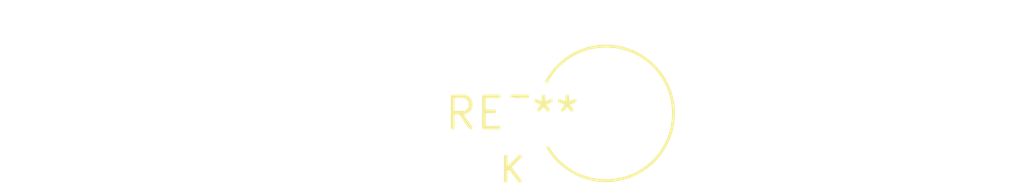
<source format=kicad_pcb>
(kicad_pcb (version 20240108) (generator pcbnew)
  (layers (0 "F.Cu" signal) (31 "B.Cu" signal) (34 "B.Paste" user) (35 "F.Paste" user) (36 "B.SilkS" user "B.Silkscreen") (37 "F.SilkS" user "F.Silkscreen") (38 "B.Mask" user) (39 "F.Mask" user) (44 "Edge.Cuts" user))
  (net 0 "")
  (footprint "D_DO-201AE_P3.81mm_Vertical_KathodeUp" (layer "F.Cu") (at 0 0)
    (property "Reference" "REF**")
    (property "Value" "D_DO-201AE_P3.81mm_Vertical_KathodeUp")
    (fp_arc (start 1.396849 -1.3) (mid 6.55054 -0.052312) (end 1.448218 1.391144) (layer "F.SilkS") (stroke (width 0.12)))
    (fp_text user "K" (at 0 2.3 0) (layer "F.SilkS"))
    (pad "1" thru_hole rect (at 0 0) (size 2.6 2.6) (drill 1.3) (layers *.Cu *.Mask) (remove_unused_layers))
    (pad "2" thru_hole oval (at 3.81 0) (size 2.6 2.6) (drill 1.3) (layers *.Cu *.Mask) (remove_unused_layers))
  )
)
</source>
